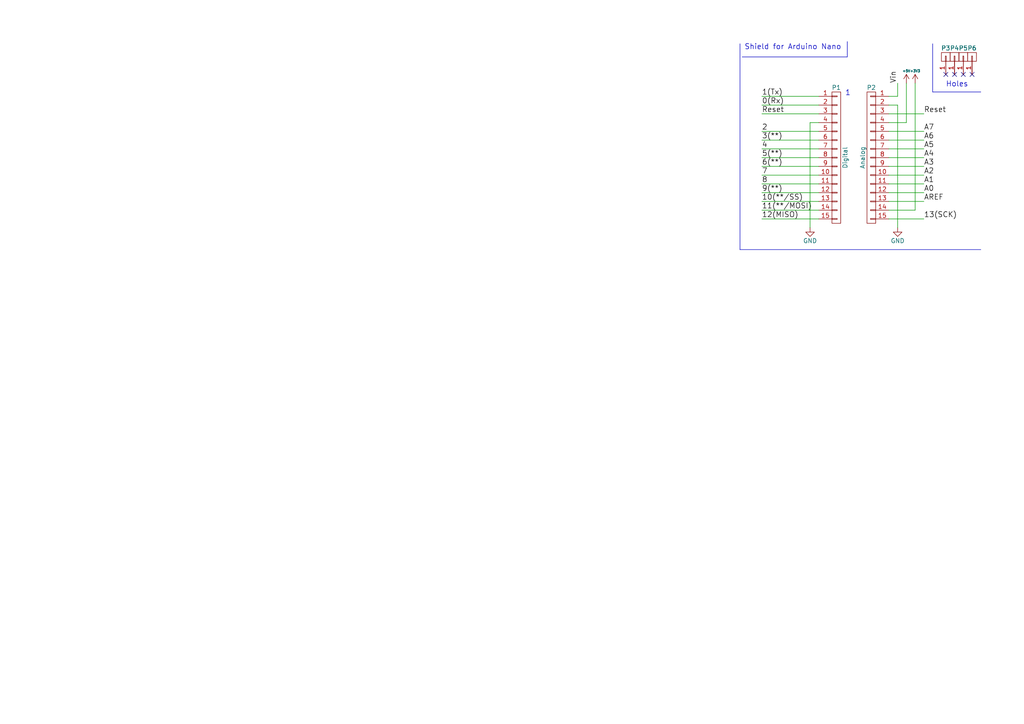
<source format=kicad_sch>
(kicad_sch (version 20230121) (generator eeschema)
  (paper "A4")
  (title_block (date "jeu. 02 avril 2015"))
  (lib_symbols
    (symbol "Arduino_Nano-rescue:+3.3V" (power) (pin_names (offset 0))
      (property "Value" "+3.3V" (at 0 3.556 0))
      (symbol "+3.3V_0_1"
        (polyline (pts (xy -0.762 1.27) (xy 0 2.54)))
        (polyline (pts (xy 0 0) (xy 0 2.54)))
        (polyline (pts (xy 0 2.54) (xy 0.762 1.27)))
      )
      (symbol "+3.3V_1_1"
        (pin power_in line (at 0 0 90) (length 0) hide (name "+3V3") (number "1"))
      )
    )
    (symbol "Arduino_Nano-rescue:+5V" (power) (pin_names (offset 0))
      (property "Value" "+5V" (at 0 3.556 0))
      (symbol "+5V_0_1"
        (polyline (pts (xy -0.762 1.27) (xy 0 2.54)))
        (polyline (pts (xy 0 0) (xy 0 2.54)))
        (polyline (pts (xy 0 2.54) (xy 0.762 1.27)))
      )
      (symbol "+5V_1_1"
        (pin power_in line (at 0 0 90) (length 0) hide (name "+5V") (number "1"))
      )
    )
    (symbol "Arduino_Nano-rescue:CONN_01X01" (pin_names (offset 1.016) hide)
      (property "Reference" "P" (at 0 2.54 0))
      (property "Value" "CONN_01X01" (at 2.54 0 90))
      (symbol "CONN_01X01_0_1"
        (rectangle (start -1.27 0.127) (end 0.254 -0.127))
        (rectangle (start -1.27 1.27) (end 1.27 -1.27))
      )
      (symbol "CONN_01X01_1_1"
        (pin passive line (at -5.08 0 0) (length 3.81) (name "P1") (number "1"))
      )
    )
    (symbol "Arduino_Nano-rescue:CONN_01X15" (pin_names (offset 1.016) hide)
      (property "Reference" "P" (at 0 20.32 0))
      (property "Value" "CONN_01X15" (at 2.54 0 90))
      (symbol "CONN_01X15_0_1"
        (rectangle (start -1.27 -17.653) (end 0.254 -17.907))
        (rectangle (start -1.27 -15.113) (end 0.254 -15.367))
        (rectangle (start -1.27 -12.573) (end 0.254 -12.827))
        (rectangle (start -1.27 -10.033) (end 0.254 -10.287))
        (rectangle (start -1.27 -7.493) (end 0.254 -7.747))
        (rectangle (start -1.27 -4.953) (end 0.254 -5.207))
        (rectangle (start -1.27 -2.413) (end 0.254 -2.667))
        (rectangle (start -1.27 0.127) (end 0.254 -0.127))
        (rectangle (start -1.27 2.667) (end 0.254 2.413))
        (rectangle (start -1.27 5.207) (end 0.254 4.953))
        (rectangle (start -1.27 7.747) (end 0.254 7.493))
        (rectangle (start -1.27 10.287) (end 0.254 10.033))
        (rectangle (start -1.27 12.827) (end 0.254 12.573))
        (rectangle (start -1.27 15.367) (end 0.254 15.113))
        (rectangle (start -1.27 17.907) (end 0.254 17.653))
        (rectangle (start -1.27 19.05) (end 1.27 -19.05))
      )
      (symbol "CONN_01X15_1_1"
        (pin passive line (at -5.08 17.78 0) (length 3.81) (name "P1") (number "1"))
        (pin passive line (at -5.08 -5.08 0) (length 3.81) (name "P10") (number "10"))
        (pin passive line (at -5.08 -7.62 0) (length 3.81) (name "P11") (number "11"))
        (pin passive line (at -5.08 -10.16 0) (length 3.81) (name "P12") (number "12"))
        (pin passive line (at -5.08 -12.7 0) (length 3.81) (name "P13") (number "13"))
        (pin passive line (at -5.08 -15.24 0) (length 3.81) (name "P14") (number "14"))
        (pin passive line (at -5.08 -17.78 0) (length 3.81) (name "P15") (number "15"))
        (pin passive line (at -5.08 15.24 0) (length 3.81) (name "P2") (number "2"))
        (pin passive line (at -5.08 12.7 0) (length 3.81) (name "P3") (number "3"))
        (pin passive line (at -5.08 10.16 0) (length 3.81) (name "P4") (number "4"))
        (pin passive line (at -5.08 7.62 0) (length 3.81) (name "P5") (number "5"))
        (pin passive line (at -5.08 5.08 0) (length 3.81) (name "P6") (number "6"))
        (pin passive line (at -5.08 2.54 0) (length 3.81) (name "P7") (number "7"))
        (pin passive line (at -5.08 0 0) (length 3.81) (name "P8") (number "8"))
        (pin passive line (at -5.08 -2.54 0) (length 3.81) (name "P9") (number "9"))
      )
    )
    (symbol "Arduino_Nano-rescue:GND" (power) (pin_names (offset 0))
      (property "Value" "GND" (at 0 -3.81 0))
      (symbol "GND_0_1"
        (polyline (pts (xy 0 0) (xy 0 -1.27) (xy 1.27 -1.27) (xy 0 -2.54) (xy -1.27 -1.27) (xy 0 -1.27)))
      )
      (symbol "GND_1_1"
        (pin power_in line (at 0 0 270) (length 0) hide (name "GND") (number "1"))
      )
    )
  )
  (no_connect (at 281.94 21.59))
  (no_connect (at 276.86 21.59))
  (no_connect (at 279.4 21.59))
  (no_connect (at 274.32 21.59))
  (wire (pts (xy 237.49 45.72) (xy 220.98 45.72)))
  (wire (pts (xy 260.35 27.94) (xy 260.35 24.13)))
  (wire (pts (xy 265.43 24.13) (xy 265.43 60.96)))
  (wire (pts (xy 237.49 55.88) (xy 220.98 55.88)))
  (polyline (pts (xy 270.51 26.67) (xy 270.51 12.7)))
  (wire (pts (xy 267.97 58.42) (xy 257.81 58.42)))
  (wire (pts (xy 257.81 63.5) (xy 267.97 63.5)))
  (wire (pts (xy 267.97 48.26) (xy 257.81 48.26)))
  (wire (pts (xy 257.81 45.72) (xy 267.97 45.72)))
  (wire (pts (xy 220.98 53.34) (xy 237.49 53.34)))
  (wire (pts (xy 267.97 55.88) (xy 257.81 55.88)))
  (wire (pts (xy 237.49 60.96) (xy 220.98 60.96)))
  (wire (pts (xy 220.98 38.1) (xy 237.49 38.1)))
  (polyline (pts (xy 245.745 16.51) (xy 245.745 12.065)))
  (polyline (pts (xy 284.48 26.67) (xy 270.51 26.67)))
  (wire (pts (xy 237.49 27.94) (xy 220.98 27.94)))
  (wire (pts (xy 237.49 50.8) (xy 220.98 50.8)))
  (wire (pts (xy 234.95 35.56) (xy 234.95 66.04)))
  (polyline (pts (xy 215.265 16.51) (xy 245.745 16.51)))
  (wire (pts (xy 220.98 63.5) (xy 237.49 63.5)))
  (wire (pts (xy 257.81 53.34) (xy 267.97 53.34)))
  (wire (pts (xy 262.89 24.13) (xy 262.89 35.56)))
  (wire (pts (xy 237.49 35.56) (xy 234.95 35.56)))
  (wire (pts (xy 237.49 40.64) (xy 220.98 40.64)))
  (wire (pts (xy 260.35 66.04) (xy 260.35 30.48)))
  (wire (pts (xy 260.35 30.48) (xy 257.81 30.48)))
  (wire (pts (xy 267.97 50.8) (xy 257.81 50.8)))
  (wire (pts (xy 220.98 30.48) (xy 237.49 30.48)))
  (wire (pts (xy 257.81 27.94) (xy 260.35 27.94)))
  (wire (pts (xy 257.81 38.1) (xy 267.97 38.1)))
  (wire (pts (xy 267.97 33.02) (xy 257.81 33.02)))
  (wire (pts (xy 237.49 33.02) (xy 220.98 33.02)))
  (wire (pts (xy 262.89 35.56) (xy 257.81 35.56)))
  (wire (pts (xy 220.98 58.42) (xy 237.49 58.42)))
  (wire (pts (xy 265.43 60.96) (xy 257.81 60.96)))
  (wire (pts (xy 267.97 43.18) (xy 257.81 43.18)))
  (wire (pts (xy 220.98 48.26) (xy 237.49 48.26)))
  (polyline (pts (xy 284.48 72.39) (xy 214.63 72.39)))
  (polyline (pts (xy 214.63 72.39) (xy 214.63 12.7)))
  (wire (pts (xy 220.98 43.18) (xy 237.49 43.18)))
  (wire (pts (xy 267.97 40.64) (xy 257.81 40.64)))
  (text "Holes" (at 274.32 25.4 0) (effects (font (size 1.524 1.524)) (justify left bottom)))
  (text "Shield for Arduino Nano" (at 215.9 14.605 0) (effects (font (size 1.524 1.524)) (justify left bottom)))
  (text "1" (at 245.11 27.94 0) (effects (font (size 1.524 1.524)) (justify left bottom)))
  (label "4" (at 220.98 43.18 0) (effects (font (size 1.524 1.524))))
  (label "12(MISO)" (at 220.98 63.5 0) (effects (font (size 1.524 1.524))))
  (label "1(Tx)" (at 220.98 27.94 0) (effects (font (size 1.524 1.524))))
  (label "0(Rx)" (at 220.98 30.48 0) (effects (font (size 1.524 1.524))))
  (label "8" (at 220.98 53.34 0) (effects (font (size 1.524 1.524))))
  (label "11(**/MOSI)" (at 220.98 60.96 0) (effects (font (size 1.524 1.524))))
  (label "2" (at 220.98 38.1 0) (effects (font (size 1.524 1.524))))
  (label "A1" (at 267.97 53.34 0) (effects (font (size 1.524 1.524))))
  (label "A2" (at 267.97 50.8 0) (effects (font (size 1.524 1.524))))
  (label "AREF" (at 267.97 58.42 0) (effects (font (size 1.524 1.524))))
  (label "7" (at 220.98 50.8 0) (effects (font (size 1.524 1.524))))
  (label "Vin" (at 260.35 24.13 90) (effects (font (size 1.524 1.524))))
  (label "A4" (at 267.97 45.72 0) (effects (font (size 1.524 1.524))))
  (label "9(**)" (at 220.98 55.88 0) (effects (font (size 1.524 1.524))))
  (label "3(**)" (at 220.98 40.64 0) (effects (font (size 1.524 1.524))))
  (label "5(**)" (at 220.98 45.72 0) (effects (font (size 1.524 1.524))))
  (label "13(SCK)" (at 267.97 63.5 0) (effects (font (size 1.524 1.524))))
  (label "A0" (at 267.97 55.88 0) (effects (font (size 1.524 1.524))))
  (label "Reset" (at 220.98 33.02 0) (effects (font (size 1.524 1.524))))
  (label "A6" (at 267.97 40.64 0) (effects (font (size 1.524 1.524))))
  (label "A3" (at 267.97 48.26 0) (effects (font (size 1.524 1.524))))
  (label "A7" (at 267.97 38.1 0) (effects (font (size 1.524 1.524))))
  (label "A5" (at 267.97 43.18 0) (effects (font (size 1.524 1.524))))
  (label "Reset" (at 267.97 33.02 0) (effects (font (size 1.524 1.524))))
  (label "10(**/SS)" (at 220.98 58.42 0) (effects (font (size 1.524 1.524))))
  (label "6(**)" (at 220.98 48.26 0) (effects (font (size 1.524 1.524))))
  (symbol (lib_id "Arduino_Nano-rescue:CONN_01X01") (at 274.32 16.51 90) (unit 1)
    (property "Reference" "P3" (at 274.32 13.97 90))
    (property "Value" "CONN_01X01" (effects hide))
    (property "Footprint" "Socket_Arduino_Nano:1pin_Nano" (effects hide))
  )
  (symbol (lib_id "Arduino_Nano-rescue:CONN_01X01") (at 276.86 16.51 90) (unit 1)
    (property "Reference" "P4" (at 276.86 13.97 90))
    (property "Value" "CONN_01X01" (effects hide))
    (property "Footprint" "Socket_Arduino_Nano:1pin_Nano" (effects hide))
  )
  (symbol (lib_id "Arduino_Nano-rescue:CONN_01X01") (at 279.4 16.51 90) (unit 1)
    (property "Reference" "P5" (at 279.4 13.97 90))
    (property "Value" "CONN_01X01" (effects hide))
    (property "Footprint" "Socket_Arduino_Nano:1pin_Nano" (effects hide))
  )
  (symbol (lib_id "Arduino_Nano-rescue:CONN_01X01") (at 281.94 16.51 90) (unit 1)
    (property "Reference" "P6" (at 281.94 13.97 90))
    (property "Value" "CONN_01X01" (effects hide))
    (property "Footprint" "Socket_Arduino_Nano:1pin_Nano" (effects hide))
  )
  (symbol (lib_id "Arduino_Nano-rescue:CONN_01X15") (at 242.57 45.72 0) (unit 1)
    (property "Reference" "P1" (at 242.57 25.4 0))
    (property "Value" "Digital" (at 245.11 45.72 90))
    (property "Footprint" "Socket_Arduino_Nano:Socket_Strip_Arduino_1x15" (effects hide))
  )
  (symbol (lib_id "Arduino_Nano-rescue:CONN_01X15") (at 252.73 45.72 0) (mirror y) (unit 1)
    (property "Reference" "P2" (at 252.73 25.4 0))
    (property "Value" "Analog" (at 250.19 45.72 90))
    (property "Footprint" "Socket_Arduino_Nano:Socket_Strip_Arduino_1x15" (effects hide))
  )
  (symbol (lib_id "Arduino_Nano-rescue:GND") (at 234.95 66.04 0) (unit 1)
    (property "Reference" "#PWR01" (effects hide))
    (property "Value" "GND" (at 234.95 69.85 0))
  )
  (symbol (lib_id "Arduino_Nano-rescue:GND") (at 260.35 66.04 0) (unit 1)
    (property "Reference" "#PWR02" (effects hide))
    (property "Value" "GND" (at 260.35 69.85 0))
  )
  (symbol (lib_id "Arduino_Nano-rescue:+5V") (at 262.89 24.13 0) (unit 1)
    (property "Reference" "#PWR03" (effects hide))
    (property "Value" "+5V" (at 262.89 20.574 0) (effects (font (size 0.7112 0.7112))))
  )
  (symbol (lib_id "Arduino_Nano-rescue:+3.3V") (at 265.43 24.13 0) (unit 1)
    (property "Reference" "#PWR04" (effects hide))
    (property "Value" "+3.3V" (at 265.43 20.574 0) (effects (font (size 0.7112 0.7112))))
  )
)
</source>
